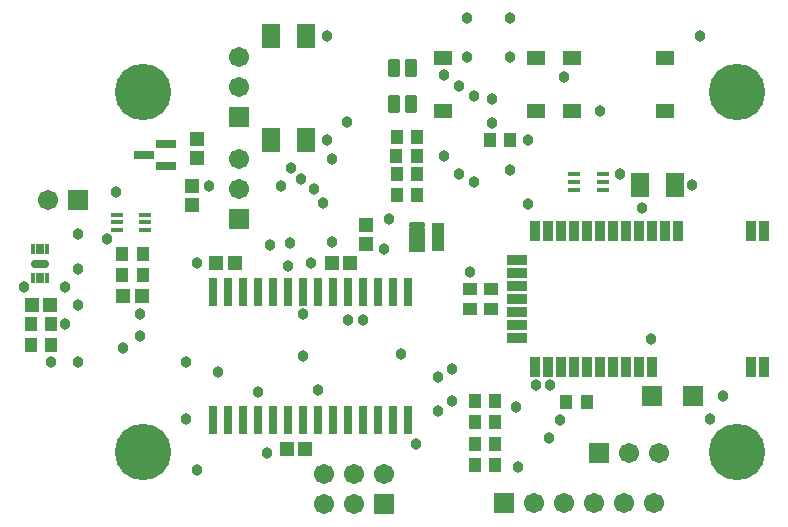
<source format=gts>
G04*
G04 #@! TF.GenerationSoftware,Altium Limited,Altium Designer,20.1.8 (145)*
G04*
G04 Layer_Color=8388736*
%FSLAX25Y25*%
%MOIN*%
G70*
G04*
G04 #@! TF.SameCoordinates,9FEF0589-292D-4462-8DC4-F6EDC39D71BC*
G04*
G04*
G04 #@! TF.FilePolarity,Negative*
G04*
G01*
G75*
%ADD17R,0.04250X0.01400*%
%ADD28R,0.06100X0.05100*%
%ADD35R,0.03556X0.06706*%
%ADD36R,0.06706X0.03556*%
%ADD37R,0.04737X0.04343*%
%ADD38R,0.05524X0.01981*%
G04:AMPARAMS|DCode=39|XSize=19.81mil|YSize=55.24mil|CornerRadius=6.95mil|HoleSize=0mil|Usage=FLASHONLY|Rotation=90.000|XOffset=0mil|YOffset=0mil|HoleType=Round|Shape=RoundedRectangle|*
%AMROUNDEDRECTD39*
21,1,0.01981,0.04134,0,0,90.0*
21,1,0.00591,0.05524,0,0,90.0*
1,1,0.01391,0.02067,0.00295*
1,1,0.01391,0.02067,-0.00295*
1,1,0.01391,-0.02067,-0.00295*
1,1,0.01391,-0.02067,0.00295*
%
%ADD39ROUNDEDRECTD39*%
%ADD40R,0.04300X0.09800*%
%ADD41R,0.01300X0.03300*%
G04:AMPARAMS|DCode=42|XSize=58mil|YSize=27.69mil|CornerRadius=6.46mil|HoleSize=0mil|Usage=FLASHONLY|Rotation=0.000|XOffset=0mil|YOffset=0mil|HoleType=Round|Shape=RoundedRectangle|*
%AMROUNDEDRECTD42*
21,1,0.05800,0.01476,0,0,0.0*
21,1,0.04508,0.02769,0,0,0.0*
1,1,0.01292,0.02254,-0.00738*
1,1,0.01292,-0.02254,-0.00738*
1,1,0.01292,-0.02254,0.00738*
1,1,0.01292,0.02254,0.00738*
%
%ADD42ROUNDEDRECTD42*%
%ADD43R,0.03162X0.09461*%
%ADD44R,0.04737X0.04737*%
%ADD45R,0.04343X0.04737*%
%ADD46R,0.04737X0.04737*%
%ADD47R,0.06706X0.03162*%
%ADD48R,0.05918X0.07887*%
G04:AMPARAMS|DCode=49|XSize=62.72mil|YSize=39.1mil|CornerRadius=7.89mil|HoleSize=0mil|Usage=FLASHONLY|Rotation=270.000|XOffset=0mil|YOffset=0mil|HoleType=Round|Shape=RoundedRectangle|*
%AMROUNDEDRECTD49*
21,1,0.06272,0.02333,0,0,270.0*
21,1,0.04695,0.03910,0,0,270.0*
1,1,0.01578,-0.01166,-0.02347*
1,1,0.01578,-0.01166,0.02347*
1,1,0.01578,0.01166,0.02347*
1,1,0.01578,0.01166,-0.02347*
%
%ADD49ROUNDEDRECTD49*%
%ADD50R,0.06706X0.06706*%
%ADD51C,0.06706*%
%ADD52C,0.02965*%
%ADD53C,0.18800*%
%ADD54C,0.03800*%
D17*
X104725Y201441D02*
D03*
Y204000D02*
D03*
Y206559D02*
D03*
X114275D02*
D03*
Y204000D02*
D03*
Y201441D02*
D03*
X257225Y214941D02*
D03*
Y217500D02*
D03*
Y220059D02*
D03*
X266775D02*
D03*
Y217500D02*
D03*
Y214941D02*
D03*
D28*
X213350Y258858D02*
D03*
Y241142D02*
D03*
X244650D02*
D03*
Y258858D02*
D03*
X256350D02*
D03*
Y241142D02*
D03*
X287650D02*
D03*
Y258858D02*
D03*
D35*
X320658Y201106D02*
D03*
X316327D02*
D03*
X320658Y155862D02*
D03*
X316327D02*
D03*
X244280D02*
D03*
X248610D02*
D03*
X265933D02*
D03*
X261603D02*
D03*
X257272D02*
D03*
X252941Y201137D02*
D03*
X274595Y155862D02*
D03*
X270264D02*
D03*
X252941D02*
D03*
X265933Y201137D02*
D03*
X257272D02*
D03*
X283256D02*
D03*
X278925Y155862D02*
D03*
X287587Y201137D02*
D03*
X261603D02*
D03*
X278925D02*
D03*
X248610D02*
D03*
X244280D02*
D03*
X274595D02*
D03*
X270264D02*
D03*
X283256Y155862D02*
D03*
X291917Y201137D02*
D03*
D36*
X238177Y191492D02*
D03*
Y182830D02*
D03*
Y178500D02*
D03*
Y174169D02*
D03*
Y187161D02*
D03*
Y169838D02*
D03*
Y165508D02*
D03*
D37*
X229500Y181846D02*
D03*
Y175154D02*
D03*
X222500Y181846D02*
D03*
Y175154D02*
D03*
D38*
X205000Y195163D02*
D03*
X204998Y197132D02*
D03*
X205000Y199100D02*
D03*
Y201031D02*
D03*
D39*
X204900Y203000D02*
D03*
D40*
X212000Y199000D02*
D03*
D41*
X76850Y185551D02*
D03*
X78425D02*
D03*
X80000D02*
D03*
X81575D02*
D03*
Y195000D02*
D03*
X80000D02*
D03*
X78425D02*
D03*
X76850D02*
D03*
D42*
X79213Y190276D02*
D03*
D43*
X202000Y180760D02*
D03*
X197000D02*
D03*
X192000D02*
D03*
X187000D02*
D03*
X182000D02*
D03*
X177000D02*
D03*
X172000D02*
D03*
X167000D02*
D03*
X162000D02*
D03*
X157000D02*
D03*
X152000D02*
D03*
X147000D02*
D03*
X142000D02*
D03*
X137000D02*
D03*
X202000Y138240D02*
D03*
X197000D02*
D03*
X192000D02*
D03*
X187000D02*
D03*
X182000D02*
D03*
X177000D02*
D03*
X172000D02*
D03*
X167000D02*
D03*
X162000D02*
D03*
X157000D02*
D03*
X152000D02*
D03*
X147000D02*
D03*
X142000D02*
D03*
X137000D02*
D03*
D44*
X144150Y190500D02*
D03*
X137850D02*
D03*
X161350Y128500D02*
D03*
X167650D02*
D03*
X113150Y179500D02*
D03*
X106850D02*
D03*
X76350Y176500D02*
D03*
X82650D02*
D03*
X182650Y190500D02*
D03*
X176350D02*
D03*
D45*
X106653Y193500D02*
D03*
X113347D02*
D03*
X106653Y186500D02*
D03*
X113347D02*
D03*
X198153Y220000D02*
D03*
X204847D02*
D03*
X204847Y213000D02*
D03*
X198153D02*
D03*
X198000Y226000D02*
D03*
X204693D02*
D03*
X224153Y123000D02*
D03*
X230847D02*
D03*
X224153Y130000D02*
D03*
X230847D02*
D03*
X82846Y163000D02*
D03*
X76153D02*
D03*
X82846Y170000D02*
D03*
X76153D02*
D03*
X261347Y144000D02*
D03*
X254654D02*
D03*
X229153Y231500D02*
D03*
X235846D02*
D03*
X204847Y232500D02*
D03*
X198153D02*
D03*
X224153Y137500D02*
D03*
X230847D02*
D03*
X224153Y144500D02*
D03*
X230847D02*
D03*
D46*
X131500Y231650D02*
D03*
Y225350D02*
D03*
X130000Y216150D02*
D03*
Y209850D02*
D03*
X188000Y203150D02*
D03*
Y196850D02*
D03*
D47*
X113760Y226500D02*
D03*
X121240Y230240D02*
D03*
Y222760D02*
D03*
D48*
X156291Y266000D02*
D03*
X167709D02*
D03*
X156291Y231500D02*
D03*
X167709D02*
D03*
X279291Y216500D02*
D03*
X290709D02*
D03*
D49*
X197047Y255465D02*
D03*
X202953D02*
D03*
Y243535D02*
D03*
X197047D02*
D03*
D50*
X296890Y146000D02*
D03*
X283110D02*
D03*
X265500Y127000D02*
D03*
X234000Y110500D02*
D03*
X193833Y110000D02*
D03*
X145500Y239000D02*
D03*
Y205000D02*
D03*
X92000Y211500D02*
D03*
D51*
X285500Y127000D02*
D03*
X275500D02*
D03*
X284000Y110500D02*
D03*
X274000D02*
D03*
X264000D02*
D03*
X254000D02*
D03*
X244000D02*
D03*
X193833Y120000D02*
D03*
X183833Y110000D02*
D03*
Y120000D02*
D03*
X173833Y110000D02*
D03*
Y120000D02*
D03*
X145500Y259000D02*
D03*
Y249000D02*
D03*
Y225000D02*
D03*
Y215000D02*
D03*
X82000Y211500D02*
D03*
D52*
X212000Y196000D02*
D03*
Y202000D02*
D03*
D53*
X113500Y127500D02*
D03*
Y247500D02*
D03*
X311500D02*
D03*
Y127500D02*
D03*
D54*
X92000Y200000D02*
D03*
X112500Y173500D02*
D03*
Y166000D02*
D03*
X107000Y162000D02*
D03*
X101500Y198500D02*
D03*
X199500Y160000D02*
D03*
X204500Y130000D02*
D03*
X238000Y142500D02*
D03*
X212000Y141000D02*
D03*
X216500Y144500D02*
D03*
Y155000D02*
D03*
X212000Y152500D02*
D03*
X249000Y132000D02*
D03*
X266000Y241000D02*
D03*
X272500Y220000D02*
D03*
X242000Y210000D02*
D03*
X236000Y221500D02*
D03*
X238500Y122500D02*
D03*
X249326Y149673D02*
D03*
X302500Y138500D02*
D03*
X283000Y165000D02*
D03*
X244500Y149705D02*
D03*
X222500Y187500D02*
D03*
X307000Y146000D02*
D03*
X279854Y208939D02*
D03*
X87500Y170000D02*
D03*
Y182500D02*
D03*
X182000Y171500D02*
D03*
X194000Y195000D02*
D03*
X187000Y171500D02*
D03*
X195500Y205000D02*
D03*
X252500Y138000D02*
D03*
X167000Y159500D02*
D03*
X152000Y147500D02*
D03*
X162500Y197000D02*
D03*
X169500Y190500D02*
D03*
X128000Y138500D02*
D03*
X172000Y148000D02*
D03*
X156000Y196500D02*
D03*
X155000Y127000D02*
D03*
X162000Y189500D02*
D03*
X167000Y173500D02*
D03*
X131500Y121500D02*
D03*
Y190500D02*
D03*
X135500Y216000D02*
D03*
X230000Y237000D02*
D03*
X181500Y237500D02*
D03*
X230000Y245000D02*
D03*
X221500Y259000D02*
D03*
X224000Y246000D02*
D03*
X221500Y272000D02*
D03*
X219000Y249500D02*
D03*
X214000Y253000D02*
D03*
Y226000D02*
D03*
X219000Y220000D02*
D03*
X224000Y217500D02*
D03*
X236000Y259000D02*
D03*
X242000Y231500D02*
D03*
X254000Y252500D02*
D03*
X236000Y272000D02*
D03*
X159500Y216000D02*
D03*
X166199Y218500D02*
D03*
X173500Y210500D02*
D03*
X170500Y215000D02*
D03*
X163000Y222000D02*
D03*
X128000Y157500D02*
D03*
X296500Y216500D02*
D03*
X299330Y266000D02*
D03*
X175000Y231500D02*
D03*
Y266000D02*
D03*
X176396Y197400D02*
D03*
X92000Y157500D02*
D03*
X138500Y154000D02*
D03*
X92000Y176500D02*
D03*
X176396Y225104D02*
D03*
X104500Y214000D02*
D03*
X92000Y188500D02*
D03*
X83000Y157500D02*
D03*
X74000Y182500D02*
D03*
M02*

</source>
